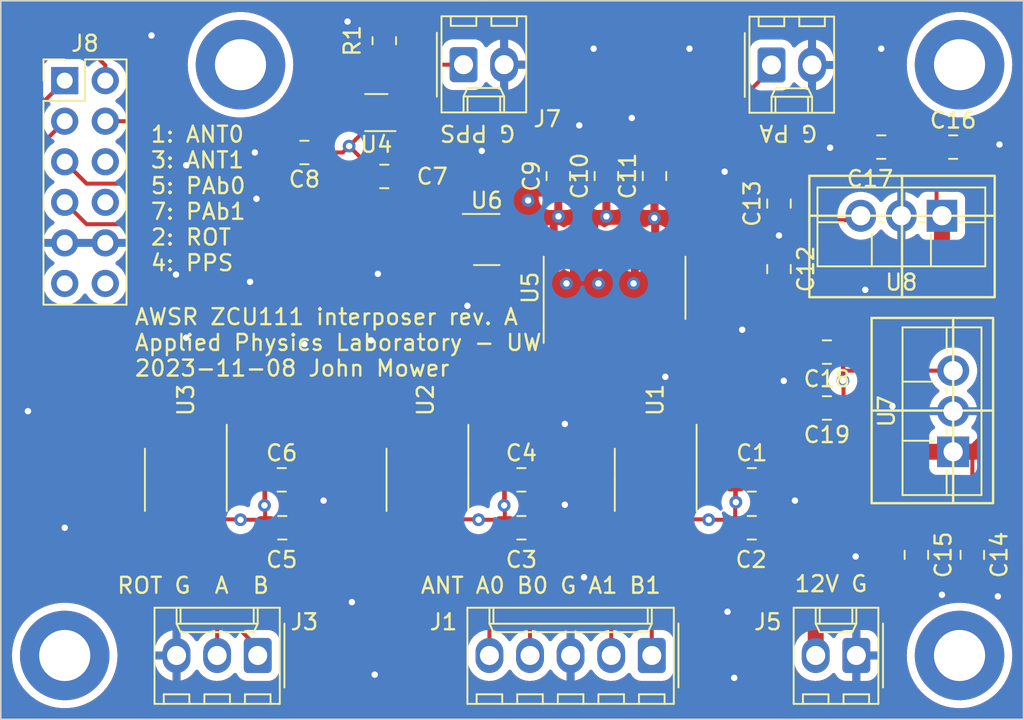
<source format=kicad_pcb>
(kicad_pcb (version 20221018) (generator pcbnew)
  (layers (0 "F.Cu" signal) (1 "In1.Cu" signal) (2 "In2.Cu" signal) (31 "B.Cu" signal) (34 "B.Paste" user) (35 "F.Paste" user) (36 "B.SilkS" user "B.Silkscreen") (37 "F.SilkS" user "F.Silkscreen") (38 "B.Mask" user) (39 "F.Mask" user) (44 "Edge.Cuts" user))
  (net 0 "")
  (net 1 "+3.3V")
  (net 2 "GND")
  (net 3 "+5V")
  (net 4 "+12V")
  (net 5 "Net-(J1-Pin_1)")
  (net 6 "Net-(J1-Pin_2)")
  (net 7 "Net-(J1-Pin_4)")
  (net 8 "Net-(J1-Pin_5)")
  (net 9 "Net-(J3-Pin_1)")
  (net 10 "Net-(J3-Pin_2)")
  (net 11 "Net-(J4-Pin_1)")
  (net 12 "Net-(J7-Pin_1)")
  (net 19 "Net-(J8-Pin_1)")
  (net 20 "Net-(J8-Pin_2)")
  (net 21 "Net-(J8-Pin_3)")
  (net 22 "Net-(J8-Pin_4)")
  (net 23 "Net-(J8-Pin_5)")
  (net 24 "Net-(J8-Pin_7)")
  (net 29 "Net-(U5-1A)")
  (footprint "Capacitor_SMD:C_0805_2012Metric_Pad1.18x1.45mm_HandSolder" (layer "F.Cu") (at 88.7 112.7 90)
    (fp_text reference "C13" (at 0 -1.68 90) (layer "F.SilkS"))
    (fp_text value "10u")
    (pad "1" smd roundrect (at -1.0375 0 90) (size 1.175 1.45) (layers "F.Cu" "F.Paste" "F.Mask") (roundrect_rratio 0.212766) (net 3 "+5V"))
    (pad "2" smd roundrect (at 1.0375 0 90) (size 1.175 1.45) (layers "F.Cu" "F.Paste" "F.Mask") (roundrect_rratio 0.212766) (net 2 "GND"))
  )
  (footprint "Capacitor_SMD:C_0805_2012Metric_Pad1.18x1.45mm_HandSolder" (layer "F.Cu") (at 57.6175 133)
    (fp_text reference "C5" (at -0.0375 2) (layer "F.SilkS"))
    (fp_text value "10u")
    (pad "1" smd roundrect (at -1.0375 0) (size 1.175 1.45) (layers "F.Cu" "F.Paste" "F.Mask") (roundrect_rratio 0.212766) (net 1 "+3.3V"))
    (pad "2" smd roundrect (at 1.0375 0) (size 1.175 1.45) (layers "F.Cu" "F.Paste" "F.Mask") (roundrect_rratio 0.212766) (net 2 "GND"))
  )
  (footprint "MountingHole:MountingHole_3.2mm_M3_DIN965_Pad" (layer "F.Cu") (at 100 104)
    (fp_text reference "REF**" hide)
    (fp_text value "MountingHole_3.2mm_M3_DIN965_Pad" hide)
    (pad "1" thru_hole circle (at 0 0) (size 5.6 5.6) (drill 3.2) (layers "*.Cu" "*.Mask"))
  )
  (footprint "Package_SO:SOIC-8_3.9x4.9mm_P1.27mm" (layer "F.Cu") (at 51.58 130 -90)
    (fp_text reference "U3" (at -5 0 90) (layer "F.SilkS"))
    (fp_text value "SP3485EN")
    (pad "1" smd roundrect (at -2.475 -1.905 270) (size 1.95 0.6) (layers "F.Cu" "F.Paste" "F.Mask") (net 20 "Net-(J8-Pin_2)"))
    (pad "2" smd roundrect (at -2.475 -0.635 270) (size 1.95 0.6) (layers "F.Cu" "F.Paste" "F.Mask") (net 2 "GND"))
    (pad "3" smd roundrect (at -2.475 0.635 270) (size 1.95 0.6) (layers "F.Cu" "F.Paste" "F.Mask") (net 2 "GND"))
    (pad "4" smd roundrect (at -2.475 1.905 270) (size 1.95 0.6) (layers "F.Cu" "F.Paste" "F.Mask"))
    (pad "5" smd roundrect (at 2.475 1.905 270) (size 1.95 0.6) (layers "F.Cu" "F.Paste" "F.Mask") (net 2 "GND"))
    (pad "6" smd roundrect (at 2.475 0.635 270) (size 1.95 0.6) (layers "F.Cu" "F.Paste" "F.Mask") (net 10 "Net-(J3-Pin_2)"))
    (pad "7" smd roundrect (at 2.475 -0.635 270) (size 1.95 0.6) (layers "F.Cu" "F.Paste" "F.Mask") (net 9 "Net-(J3-Pin_1)"))
    (pad "8" smd roundrect (at 2.475 -1.905 270) (size 1.95 0.6) (layers "F.Cu" "F.Paste" "F.Mask") (net 1 "+3.3V"))
  )
  (footprint "Capacitor_SMD:C_0805_2012Metric_Pad1.18x1.45mm_HandSolder" (layer "F.Cu") (at 64 111)
    (fp_text reference "C7" (at 3 0) (layer "F.SilkS"))
    (fp_text value "10u")
    (pad "1" smd roundrect (at -1.0375 0) (size 1.175 1.45) (layers "F.Cu" "F.Paste" "F.Mask") (roundrect_rratio 0.212766) (net 1 "+3.3V"))
    (pad "2" smd roundrect (at 1.0375 0) (size 1.175 1.45) (layers "F.Cu" "F.Paste" "F.Mask") (roundrect_rratio 0.212766) (net 2 "GND"))
  )
  (footprint "Package_SO:SOIC-8_3.9x4.9mm_P1.27mm" (layer "F.Cu") (at 66.7 130 -90)
    (fp_text reference "U2" (at -5 0.12 90) (layer "F.SilkS"))
    (fp_text value "SP3485EN")
    (pad "1" smd roundrect (at -2.475 -1.905 270) (size 1.95 0.6) (layers "F.Cu" "F.Paste" "F.Mask"))
    (pad "2" smd roundrect (at -2.475 -0.635 270) (size 1.95 0.6) (layers "F.Cu" "F.Paste" "F.Mask"))
    (pad "3" smd roundrect (at -2.475 0.635 270) (size 1.95 0.6) (layers "F.Cu" "F.Paste" "F.Mask") (net 1 "+3.3V"))
    (pad "4" smd roundrect (at -2.475 1.905 270) (size 1.95 0.6) (layers "F.Cu" "F.Paste" "F.Mask") (net 19 "Net-(J8-Pin_1)"))
    (pad "5" smd roundrect (at 2.475 1.905 270) (size 1.95 0.6) (layers "F.Cu" "F.Paste" "F.Mask") (net 2 "GND"))
    (pad "6" smd roundrect (at 2.475 0.635 270) (size 1.95 0.6) (layers "F.Cu" "F.Paste" "F.Mask") (net 8 "Net-(J1-Pin_5)"))
    (pad "7" smd roundrect (at 2.475 -0.635 270) (size 1.95 0.6) (layers "F.Cu" "F.Paste" "F.Mask") (net 7 "Net-(J1-Pin_4)"))
    (pad "8" smd roundrect (at 2.475 -1.905 270) (size 1.95 0.6) (layers "F.Cu" "F.Paste" "F.Mask") (net 1 "+3.3V"))
  )
  (footprint "Package_TO_SOT_THT:TO-220F-3_Vertical" (layer "F.Cu") (at 99.6 128.2425 90)
    (fp_text reference "U7" (at 2.54 -4.1675 90) (layer "F.SilkS"))
    (fp_text value "3.3")
    (pad "1" thru_hole rect (at 0 0 90) (size 1.905 2) (drill 1.2) (layers "*.Cu" "*.Mask") (net 4 "+12V"))
    (pad "2" thru_hole oval (at 2.54 0 90) (size 1.905 2) (drill 1.2) (layers "*.Cu" "*.Mask") (net 2 "GND"))
    (pad "3" thru_hole oval (at 5.08 0 90) (size 1.905 2) (drill 1.2) (layers "*.Cu" "*.Mask") (net 1 "+3.3V"))
  )
  (footprint "Connector_Molex:Molex_KK-254_AE-6410-05A_1x05_P2.54mm_Vertical" (layer "F.Cu") (at 80.74 141 180)
    (fp_text reference "J1" (at 13.04 2.1) (layer "F.SilkS"))
    (fp_text value "Conn_01x05_Pin" hide)
    (pad "1" thru_hole roundrect (at 0 0 180) (size 1.74 2.19) (drill 1.19) (layers "*.Cu" "*.Mask") (roundrect_rratio 0.143678) (net 5 "Net-(J1-Pin_1)"))
    (pad "2" thru_hole oval (at 2.54 0 180) (size 1.74 2.19) (drill 1.19) (layers "*.Cu" "*.Mask") (net 6 "Net-(J1-Pin_2)"))
    (pad "3" thru_hole oval (at 5.08 0 180) (size 1.74 2.19) (drill 1.19) (layers "*.Cu" "*.Mask") (net 2 "GND"))
    (pad "4" thru_hole oval (at 7.62 0 180) (size 1.74 2.19) (drill 1.19) (layers "*.Cu" "*.Mask") (net 7 "Net-(J1-Pin_4)"))
    (pad "5" thru_hole oval (at 10.16 0 180) (size 1.74 2.19) (drill 1.19) (layers "*.Cu" "*.Mask") (net 8 "Net-(J1-Pin_5)"))
  )
  (footprint "Capacitor_SMD:C_0805_2012Metric_Pad1.18x1.45mm_HandSolder" (layer "F.Cu") (at 77.9 110.975 90)
    (fp_text reference "C10" (at 0 -1.68 90) (layer "F.SilkS"))
    (fp_text value "10u")
    (pad "1" smd roundrect (at -1.0375 0 90) (size 1.175 1.45) (layers "F.Cu" "F.Paste" "F.Mask") (roundrect_rratio 0.212766) (net 3 "+5V"))
    (pad "2" smd roundrect (at 1.0375 0 90) (size 1.175 1.45) (layers "F.Cu" "F.Paste" "F.Mask") (roundrect_rratio 0.212766) (net 2 "GND"))
  )
  (footprint "Capacitor_SMD:C_0805_2012Metric_Pad1.18x1.45mm_HandSolder" (layer "F.Cu") (at 99.6 109.1625)
    (fp_text reference "C16" (at 0 -1.68) (layer "F.SilkS"))
    (fp_text value "10u")
    (pad "1" smd roundrect (at -1.0375 0) (size 1.175 1.45) (layers "F.Cu" "F.Paste" "F.Mask") (roundrect_rratio 0.212766) (net 4 "+12V"))
    (pad "2" smd roundrect (at 1.0375 0) (size 1.175 1.45) (layers "F.Cu" "F.Paste" "F.Mask") (roundrect_rratio 0.212766) (net 2 "GND"))
  )
  (footprint "Capacitor_SMD:C_0805_2012Metric_Pad1.18x1.45mm_HandSolder" (layer "F.Cu") (at 57.58 130)
    (fp_text reference "C6" (at 0 -1.68) (layer "F.SilkS"))
    (fp_text value ".1u")
    (pad "1" smd roundrect (at -1.0375 0) (size 1.175 1.45) (layers "F.Cu" "F.Paste" "F.Mask") (roundrect_rratio 0.212766) (net 1 "+3.3V"))
    (pad "2" smd roundrect (at 1.0375 0) (size 1.175 1.45) (layers "F.Cu" "F.Paste" "F.Mask") (roundrect_rratio 0.212766) (net 2 "GND"))
  )
  (footprint "Capacitor_SMD:C_0805_2012Metric_Pad1.18x1.45mm_HandSolder" (layer "F.Cu") (at 72.58 133)
    (fp_text reference "C3" (at 0 2) (layer "F.SilkS"))
    (fp_text value "10u")
    (pad "1" smd roundrect (at -1.0375 0) (size 1.175 1.45) (layers "F.Cu" "F.Paste" "F.Mask") (roundrect_rratio 0.212766) (net 1 "+3.3V"))
    (pad "2" smd roundrect (at 1.0375 0) (size 1.175 1.45) (layers "F.Cu" "F.Paste" "F.Mask") (roundrect_rratio 0.212766) (net 2 "GND"))
  )
  (footprint "Package_TO_SOT_THT:TO-220F-3_Vertical" (layer "F.Cu") (at 98.9 113.4625 180)
    (fp_text reference "U8" (at 2.54 -4.1675) (layer "F.SilkS"))
    (fp_text value "5")
    (pad "1" thru_hole rect (at 0 0 180) (size 1.905 2) (drill 1.2) (layers "*.Cu" "*.Mask") (net 4 "+12V"))
    (pad "2" thru_hole oval (at 2.54 0 180) (size 1.905 2) (drill 1.2) (layers "*.Cu" "*.Mask") (net 2 "GND"))
    (pad "3" thru_hole oval (at 5.08 0 180) (size 1.905 2) (drill 1.2) (layers "*.Cu" "*.Mask") (net 3 "+5V"))
  )
  (footprint "Capacitor_SMD:C_0805_2012Metric_Pad1.18x1.45mm_HandSolder" (layer "F.Cu") (at 86.9975 133)
    (fp_text reference "C2" (at -0.0375 2) (layer "F.SilkS"))
    (fp_text value "10u")
    (pad "1" smd roundrect (at -1.0375 0) (size 1.175 1.45) (layers "F.Cu" "F.Paste" "F.Mask") (roundrect_rratio 0.212766) (net 1 "+3.3V"))
    (pad "2" smd roundrect (at 1.0375 0) (size 1.175 1.45) (layers "F.Cu" "F.Paste" "F.Mask") (roundrect_rratio 0.212766) (net 2 "GND"))
  )
  (footprint "Connector_PinHeader_2.54mm:PinHeader_2x06_P2.54mm_Vertical" (layer "F.Cu") (at 44 105)
    (fp_text reference "J8" (at 1.27 -2.33) (layer "F.SilkS"))
    (fp_text value "Conn_02x06_Odd_Even" hide)
    (pad "1" thru_hole rect (at 0 0) (size 1.7 1.7) (drill 1) (layers "*.Cu" "*.Mask") (net 19 "Net-(J8-Pin_1)"))
    (pad "2" thru_hole oval (at 2.54 0) (size 1.7 1.7) (drill 1) (layers "*.Cu" "*.Mask") (net 20 "Net-(J8-Pin_2)"))
    (pad "3" thru_hole oval (at 0 2.54) (size 1.7 1.7) (drill 1) (layers "*.Cu" "*.Mask") (net 21 "Net-(J8-Pin_3)"))
    (pad "4" thru_hole oval (at 2.54 2.54) (size 1.7 1.7) (drill 1) (layers "*.Cu" "*.Mask") (net 22 "Net-(J8-Pin_4)"))
    (pad "5" thru_hole oval (at 0 5.08) (size 1.7 1.7) (drill 1) (layers "*.Cu" "*.Mask") (net 23 "Net-(J8-Pin_5)"))
    (pad "6" thru_hole oval (at 2.54 5.08) (size 1.7 1.7) (drill 1) (layers "*.Cu" "*.Mask"))
    (pad "7" thru_hole oval (at 0 7.62) (size 1.7 1.7) (drill 1) (layers "*.Cu" "*.Mask") (net 24 "Net-(J8-Pin_7)"))
    (pad "8" thru_hole oval (at 2.54 7.62) (size 1.7 1.7) (drill 1) (layers "*.Cu" "*.Mask"))
    (pad "9" thru_hole oval (at 0 10.16) (size 1.7 1.7) (drill 1) (layers "*.Cu" "*.Mask") (net 2 "GND"))
    (pad "10" thru_hole oval (at 2.54 10.16) (size 1.7 1.7) (drill 1) (layers "*.Cu" "*.Mask") (net 2 "GND"))
    (pad "11" thru_hole oval (at 0 12.7) (size 1.7 1.7) (drill 1) (layers "*.Cu" "*.Mask"))
    (pad "12" thru_hole oval (at 2.54 12.7) (size 1.7 1.7) (drill 1) (layers "*.Cu" "*.Mask"))
  )
  (footprint "Capacitor_SMD:C_0805_2012Metric_Pad1.18x1.45mm_HandSolder" (layer "F.Cu") (at 88.7 116.8 -90)
    (fp_text reference "C12" (at 0 -1.68 90) (layer "F.SilkS"))
    (fp_text value "10u")
    (pad "1" smd roundrect (at -1.0375 0 270) (size 1.175 1.45) (layers "F.Cu" "F.Paste" "F.Mask") (roundrect_rratio 0.212766) (net 3 "+5V"))
    (pad "2" smd roundrect (at 1.0375 0 270) (size 1.175 1.45) (layers "F.Cu" "F.Paste" "F.Mask") (roundrect_rratio 0.212766) (net 2 "GND"))
  )
  (footprint "Capacitor_SMD:C_0805_2012Metric_Pad1.18x1.45mm_HandSolder" (layer "F.Cu") (at 59 109.5 180)
    (fp_text reference "C8" (at 0 -1.68) (layer "F.SilkS"))
    (fp_text value ".1u")
    (pad "1" smd roundrect (at -1.0375 0 180) (size 1.175 1.45) (layers "F.Cu" "F.Paste" "F.Mask") (roundrect_rratio 0.212766) (net 1 "+3.3V"))
    (pad "2" smd roundrect (at 1.0375 0 180) (size 1.175 1.45) (layers "F.Cu" "F.Paste" "F.Mask") (roundrect_rratio 0.212766) (net 2 "GND"))
  )
  (footprint "MountingHole:MountingHole_3.2mm_M3_DIN965_Pad" (layer "F.Cu") (at 100 141)
    (fp_text reference "REF**" hide)
    (fp_text value "MountingHole_3.2mm_M3_DIN965_Pad" hide)
    (pad "1" thru_hole circle (at 0 0) (size 5.6 5.6) (drill 3.2) (layers "*.Cu" "*.Mask"))
  )
  (footprint "Connector_Molex:Molex_KK-254_AE-6410-02A_1x02_P2.54mm_Vertical" (layer "F.Cu") (at 93.54 141 180)
    (fp_text reference "J5" (at 5.54 2.1) (layer "F.SilkS"))
    (fp_text value "Conn_01x02" hide)
    (pad "1" thru_hole roundrect (at 0 0 180) (size 1.74 2.19) (drill 1.19) (layers "*.Cu" "*.Mask") (roundrect_rratio 0.143678) (net 2 "GND"))
    (pad "2" thru_hole oval (at 2.54 0 180) (size 1.74 2.19) (drill 1.19) (layers "*.Cu" "*.Mask") (net 4 "+12V"))
  )
  (footprint "Capacitor_SMD:C_0805_2012Metric_Pad1.18x1.45mm_HandSolder" (layer "F.Cu") (at 72.58 130)
    (fp_text reference "C4" (at 0 -1.68) (layer "F.SilkS"))
    (fp_text value ".1u")
    (pad "1" smd roundrect (at -1.0375 0) (size 1.175 1.45) (layers "F.Cu" "F.Paste" "F.Mask") (roundrect_rratio 0.212766) (net 1 "+3.3V"))
    (pad "2" smd roundrect (at 1.0375 0) (size 1.175 1.45) (layers "F.Cu" "F.Paste" "F.Mask") (roundrect_rratio 0.212766) (net 2 "GND"))
  )
  (footprint "Connector_Molex:Molex_KK-254_AE-6410-03A_1x03_P2.54mm_Vertical" (layer "F.Cu") (at 56.08 141 180)
    (fp_text reference "J3" (at -2.92 2.1) (layer "F.SilkS"))
    (fp_text value "Conn_01x03_Pin" hide)
    (pad "1" thru_hole roundrect (at 0 0 180) (size 1.74 2.19) (drill 1.19) (layers "*.Cu" "*.Mask") (roundrect_rratio 0.143678) (net 9 "Net-(J3-Pin_1)"))
    (pad "2" thru_hole oval (at 2.54 0 180) (size 1.74 2.19) (drill 1.19) (layers "*.Cu" "*.Mask") (net 10 "Net-(J3-Pin_2)"))
    (pad "3" thru_hole oval (at 5.08 0 180) (size 1.74 2.19) (drill 1.19) (layers "*.Cu" "*.Mask") (net 2 "GND"))
  )
  (footprint "MountingHole:MountingHole_3.2mm_M3_DIN965_Pad" (layer "F.Cu") (at 55 104)
    (fp_text reference "REF**" hide)
    (fp_text value "MountingHole_3.2mm_M3_DIN965_Pad" hide)
    (pad "1" thru_hole circle (at 0 0) (size 5.6 5.6) (drill 3.2) (layers "*.Cu" "*.Mask"))
  )
  (footprint "Package_SO:SOIC-8_3.9x4.9mm_P1.27mm" (layer "F.Cu") (at 80.985 130 -90)
    (fp_text reference "U1" (at -5 0.025 90) (layer "F.SilkS"))
    (fp_text value "SP3485EN")
    (pad "1" smd roundrect (at -2.475 -1.905 270) (size 1.95 0.6) (layers "F.Cu" "F.Paste" "F.Mask"))
    (pad "2" smd roundrect (at -2.475 -0.635 270) (size 1.95 0.6) (layers "F.Cu" "F.Paste" "F.Mask"))
    (pad "3" smd roundrect (at -2.475 0.635 270) (size 1.95 0.6) (layers "F.Cu" "F.Paste" "F.Mask") (net 1 "+3.3V"))
    (pad "4" smd roundrect (at -2.475 1.905 270) (size 1.95 0.6) (layers "F.Cu" "F.Paste" "F.Mask") (net 21 "Net-(J8-Pin_3)"))
    (pad "5" smd roundrect (at 2.475 1.905 270) (size 1.95 0.6) (layers "F.Cu" "F.Paste" "F.Mask") (net 2 "GND"))
    (pad "6" smd roundrect (at 2.475 0.635 270) (size 1.95 0.6) (layers "F.Cu" "F.Paste" "F.Mask") (net 6 "Net-(J1-Pin_2)"))
    (pad "7" smd roundrect (at 2.475 -0.635 270) (size 1.95 0.6) (layers "F.Cu" "F.Paste" "F.Mask") (net 5 "Net-(J1-Pin_1)"))
    (pad "8" smd roundrect (at 2.475 -1.905 270) (size 1.95 0.6) (layers "F.Cu" "F.Paste" "F.Mask") (net 1 "+3.3V"))
  )
  (footprint "Resistor_SMD:R_0805_2012Metric_Pad1.20x1.40mm_HandSolder" (layer "F.Cu") (at 64 102.5 90)
    (fp_text reference "R1" (at 0 -2 90) (layer "F.SilkS"))
    (fp_text value "49.9")
    (pad "1" smd roundrect (at -1 0 90) (size 1.2 1.4) (layers "F.Cu" "F.Paste" "F.Mask") (roundrect_rratio 0.208333) (net 12 "Net-(J7-Pin_1)"))
    (pad "2" smd roundrect (at 1 0 90) (size 1.2 1.4) (layers "F.Cu" "F.Paste" "F.Mask") (roundrect_rratio 0.208333) (net 2 "GND"))
  )
  (footprint "MountingHole:MountingHole_3.2mm_M3_DIN965_Pad" (layer "F.Cu") (at 44 141)
    (fp_text reference "REF**" hide)
    (fp_text value "MountingHole_3.2mm_M3_DIN965_Pad" hide)
    (pad "1" thru_hole circle (at 0 0) (size 5.6 5.6) (drill 3.2) (layers "*.Cu" "*.Mask"))
  )
  (footprint "Capacitor_SMD:C_0805_2012Metric_Pad1.18x1.45mm_HandSolder" (layer "F.Cu") (at 95.1 109.1625 180)
    (fp_text reference "C17" (at 0.7 -1.98) (layer "F.SilkS"))
    (fp_text value "10u")
    (pad "1" smd roundrect (at -1.0375 0 180) (size 1.175 1.45) (layers "F.Cu" "F.Paste" "F.Mask") (roundrect_rratio 0.212766) (net 4 "+12V"))
    (pad "2" smd roundrect (at 1.0375 0 180) (size 1.175 1.45) (layers "F.Cu" "F.Paste" "F.Mask") (roundrect_rratio 0.212766) (net 2 "GND"))
  )
  (footprint "Capacitor_SMD:C_0805_2012Metric_Pad1.18x1.45mm_HandSolder" (layer "F.Cu") (at 91.7 125.5 180)
    (fp_text reference "C19" (at 0 -1.68) (layer "F.SilkS"))
    (fp_text value "10u")
    (pad "1" smd roundrect (at -1.0375 0 180) (size 1.175 1.45) (layers "F.Cu" "F.Paste" "F.Mask") (roundrect_rratio 0.212766) (net 1 "+3.3V"))
    (pad "2" smd roundrect (at 1.0375 0 180) (size 1.175 1.45) (layers "F.Cu" "F.Paste" "F.Mask") (roundrect_rratio 0.212766) (net 2 "GND"))
  )
  (footprint "Capacitor_SMD:C_0805_2012Metric_Pad1.18x1.45mm_HandSolder" (layer "F.Cu") (at 97.3 134.7 -90)
    (fp_text reference "C15" (at 0 -1.68 90) (layer "F.SilkS"))
    (fp_text value "10u")
    (pad "1" smd roundrect (at -1.0375 0 270) (size 1.175 1.45) (layers "F.Cu" "F.Paste" "F.Mask") (roundrect_rratio 0.212766) (net 4 "+12V"))
    (pad "2" smd roundrect (at 1.0375 0 270) (size 1.175 1.45) (layers "F.Cu" "F.Paste" "F.Mask") (roundrect_rratio 0.212766) (net 2 "GND"))
  )
  (footprint "Package_SO:SOIC-14_3.9x8.7mm_P1.27mm" (layer "F.Cu") (at 78.41 117.975 90)
    (fp_text reference "U5" (at 0 -5.28 90) (layer "F.SilkS"))
    (fp_text value "SN74S140D")
    (pad "1" smd roundrect (at -2.475 -3.81 90) (size 1.95 0.6) (layers "F.Cu" "F.Paste" "F.Mask") (net 29 "Net-(U5-1A)"))
    (pad "2" smd roundrect (at -2.475 -2.54 90) (size 1.95 0.6) (layers "F.Cu" "F.Paste" "F.Mask") (net 3 "+5V"))
    (pad "3" smd roundrect (at -2.475 -1.27 90) (size 1.95 0.6) (layers "F.Cu" "F.Paste" "F.Mask"))
    (pad "4" smd roundrect (at -2.475 0 90) (size 1.95 0.6) (layers "F.Cu" "F.Paste" "F.Mask") (net 3 "+5V"))
    (pad "5" smd roundrect (at -2.475 1.27 90) (size 1.95 0.6) (layers "F.Cu" "F.Paste" "F.Mask") (net 3 "+5V"))
    (pad "6" smd roundrect (at -2.475 2.54 90) (size 1.95 0.6) (layers "F.Cu" "F.Paste" "F.Mask") (net 11 "Net-(J4-Pin_1)"))
    (pad "7" smd roundrect (at -2.475 3.81 90) (size 1.95 0.6) (layers "F.Cu" "F.Paste" "F.Mask") (net 2 "GND"))
    (pad "8" smd roundrect (at 2.475 3.81 90) (size 1.95 0.6) (layers "F.Cu" "F.Paste" "F.Mask"))
    (pad "9" smd roundrect (at 2.475 2.54 90) (size 1.95 0.6) (layers "F.Cu" "F.Paste" "F.Mask") (net 3 "+5V"))
    (pad "10" smd roundrect (at 2.475 1.27 90) (size 1.95 0.6) (layers "F.Cu" "F.Paste" "F.Mask") (net 3 "+5V"))
    (pad "11" smd roundrect (at 2.475 0 90) (size 1.95 0.6) (layers "F.Cu" "F.Paste" "F.Mask"))
    (pad "12" smd roundrect (at 2.475 -1.27 90) (size 1.95 0.6) (layers "F.Cu" "F.Paste" "F.Mask") (net 3 "+5V"))
    (pad "13" smd roundrect (at 2.475 -2.54 90) (size 1.95 0.6) (layers "F.Cu" "F.Paste" "F.Mask") (net 3 "+5V"))
    (pad "14" smd roundrect (at 2.475 -3.81 90) (size 1.95 0.6) (layers "F.Cu" "F.Paste" "F.Mask") (net 3 "+5V"))
  )
  (footprint "Capacitor_SMD:C_0805_2012Metric_Pad1.18x1.45mm_HandSolder" (layer "F.Cu") (at 80.91 110.975 90)
    (fp_text reference "C11" (at 0 -1.68 90) (layer "F.SilkS"))
    (fp_text value ".1u")
    (pad "1" smd roundrect (at -1.0375 0 90) (size 1.175 1.45) (layers "F.Cu" "F.Paste" "F.Mask") (roundrect_rratio 0.212766) (net 3 "+5V"))
    (pad "2" smd roundrect (at 1.0375 0 90) (size 1.175 1.45) (layers "F.Cu" "F.Paste" "F.Mask") (roundrect_rratio 0.212766) (net 2 "GND"))
  )
  (footprint "Package_SO:TSOP-5_1.65x3.05mm_P0.95mm" (layer "F.Cu") (at 70.41 114.95)
    (fp_text reference "U6" (at 0 -2.45) (layer "F.SilkS"))
    (fp_text value "74LV1T87GXH")
    (pad "1" smd rect (at -1.16 -0.95) (size 0.7 0.51) (layers "F.Cu" "F.Paste" "F.Mask") (net 23 "Net-(J8-Pin_5)"))
    (pad "2" smd rect (at -1.16 0) (size 0.7 0.51) (layers "F.Cu" "F.Paste" "F.Mask") (net 24 "Net-(J8-Pin_7)"))
    (pad "3" smd rect (at -1.16 0.95) (size 0.7 0.51) (layers "F.Cu" "F.Paste" "F.Mask") (net 2 "GND"))
    (pad "4" smd rect (at 1.16 0.95) (size 0.7 0.51) (layers "F.Cu" "F.Paste" "F.Mask") (net 29 "Net-(U5-1A)"))
    (pad "5" smd rect (at 1.16 -0.95) (size 0.7 0.51) (layers "F.Cu" "F.Paste" "F.Mask") (net 3 "+5V"))
  )
  (footprint "Capacitor_SMD:C_0805_2012Metric_Pad1.18x1.45mm_HandSolder" (layer "F.Cu") (at 91.7 122 180)
    (fp_text reference "C18" (at 0 -1.68) (layer "F.SilkS"))
    (fp_text value "10u")
    (pad "1" smd roundrect (at -1.0375 0 180) (size 1.175 1.45) (layers "F.Cu" "F.Paste" "F.Mask") (roundrect_rratio 0.212766) (net 1 "+3.3V"))
    (pad "2" smd roundrect (at 1.0375 0 180) (size 1.175 1.45) (layers "F.Cu" "F.Paste" "F.Mask") (roundrect_rratio 0.212766) (net 2 "GND"))
  )
  (footprint "Capacitor_SMD:C_0805_2012Metric_Pad1.18x1.45mm_HandSolder" (layer "F.Cu") (at 100.8 134.7 -90)
    (fp_text reference "C14" (at 0 -1.68 90) (layer "F.SilkS"))
    (fp_text value "10u")
    (pad "1" smd roundrect (at -1.0375 0 270) (size 1.175 1.45) (layers "F.Cu" "F.Paste" "F.Mask") (roundrect_rratio 0.212766) (net 4 "+12V"))
    (pad "2" smd roundrect (at 1.0375 0 270) (size 1.175 1.45) (layers "F.Cu" "F.Paste" "F.Mask") (roundrect_rratio 0.212766) (net 2 "GND"))
  )
  (footprint "Capacitor_SMD:C_0805_2012Metric_Pad1.18x1.45mm_HandSolder" (layer "F.Cu") (at 86.9975 130)
    (fp_text reference "C1" (at 0 -1.68) (layer "F.SilkS"))
    (fp_text value ".1u")
    (pad "1" smd roundrect (at -1.0375 0) (size 1.175 1.45) (layers "F.Cu" "F.Paste" "F.Mask") (roundrect_rratio 0.212766) (net 1 "+3.3V"))
    (pad "2" smd roundrect (at 1.0375 0) (size 1.175 1.45) (layers "F.Cu" "F.Paste" "F.Mask") (roundrect_rratio 0.212766) (net 2 "GND"))
  )
  (footprint "Connector_Molex:Molex_KK-254_AE-6410-02A_1x02_P2.54mm_Vertical" (layer "F.Cu") (at 88.23 104.02)
    (fp_text reference "J4" hide)
    (fp_text value "Conn_01x02" hide)
    (pad "1" thru_hole roundrect (at 0 0) (size 1.74 2.19) (drill 1.19) (layers "*.Cu" "*.Mask") (roundrect_rratio 0.143678) (net 11 "Net-(J4-Pin_1)"))
    (pad "2" thru_hole oval (at 2.54 0) (size 1.74 2.19) (drill 1.19) (layers "*.Cu" "*.Mask") (net 2 "GND"))
  )
  (footprint "Package_TO_SOT_SMD:SOT-353_SC-70-5" (layer "F.Cu") (at 63.5 107 180)
    (fp_text reference "U4" (at 0 -2) (layer "F.SilkS"))
    (fp_text value "SN74LV1T34DCK")
    (pad "1" smd rect (at -0.95 -0.65 180) (size 0.65 0.4) (layers "F.Cu" "F.Paste" "F.Mask"))
    (pad "2" smd rect (at -0.95 0 180) (size 0.65 0.4) (layers "F.Cu" "F.Paste" "F.Mask") (net 12 "Net-(J7-Pin_1)"))
    (pad "3" smd rect (at -0.95 0.65 180) (size 0.65 0.4) (layers "F.Cu" "F.Paste" "F.Mask") (net 2 "GND"))
    (pad "4" smd rect (at 0.95 0.65 180) (size 0.65 0.4) (layers "F.Cu" "F.Paste" "F.Mask") (net 22 "Net-(J8-Pin_4)"))
    (pad "5" smd rect (at 0.95 -0.65 180) (size 0.65 0.4) (layers "F.Cu" "F.Paste" "F.Mask") (net 1 "+3.3V"))
  )
  (footprint "Capacitor_SMD:C_0805_2012Metric_Pad1.18x1.45mm_HandSolder" (layer "F.Cu") (at 74.89 110.975 90)
    (fp_text reference "C9" (at 0 -1.68 90) (layer "F.SilkS"))
    (fp_text value "10u")
    (pad "1" smd roundrect (at -1.0375 0 90) (size 1.175 1.45) (layers "F.Cu" "F.Paste" "F.Mask") (roundrect_rratio 0.212766) (net 3 "+5V"))
    (pad "2" smd roundrect (at 1.0375 0 90) (size 1.175 1.45) (layers "F.Cu" "F.Paste" "F.Mask") (roundrect_rratio 0.212766) (net 2 "GND"))
  )
  (footprint "Connector_Molex:Molex_KK-254_AE-6410-02A_1x02_P2.54mm_Vertical" (layer "F.Cu") (at 68.96 104)
    (fp_text reference "J7" (at 5.24 3.4) (layer "F.SilkS"))
    (fp_text value "Conn_01x02" hide)
    (pad "1" thru_hole roundrect (at 0 0) (size 1.74 2.19) (drill 1.19) (layers "*.Cu" "*.Mask") (roundrect_rratio 0.143678) (net 12 "Net-(J7-Pin_1)"))
    (pad "2" thru_hole oval (at 2.54 0) (size 1.74 2.19) (drill 1.19) (layers "*.Cu" "*.Mask") (net 2 "GND"))
  )
  (gr_line (start 102.1 125.6625) (end 94.5 125.6625) (stroke (width 0.15)) (layer "F.SilkS"))
  (gr_rect (start 90.6 110.9625) (end 102.2 118.5625) (stroke (width 0.15)) (fill none) (layer "F.SilkS"))
  (gr_rect (start 94.5 119.8625) (end 102.1 131.4625) (stroke (width 0.15)) (fill none) (layer "F.SilkS"))
  (gr_line (start 96.4 110.9625) (end 96.4 118.5625) (stroke (width 0.15)) (layer "F.SilkS"))
  (gr_line (start 99.6 119.9625) (end 99.6 131.3625) (stroke (width 0.15)) (layer "F.SilkS"))
  (gr_line (start 90.7 113.4625) (end 102.1 113.4625) (stroke (width 0.15)) (layer "F.SilkS"))
  (gr_line (start 104 100) (end 104 145) (stroke (width 0.1)) (layer "Edge.Cuts"))
  (gr_line (start 40 145) (end 40 100) (stroke (width 0.1)) (layer "Edge.Cuts"))
  (gr_line (start 70 100) (end 104 100) (stroke (width 0.1)) (layer "Edge.Cuts"))
  (gr_line (start 40 145) (end 70 145) (stroke (width 0.1)) (layer "Edge.Cuts"))
  (gr_line (start 40 100) (end 70 100) (stroke (width 0.1)) (layer "Edge.Cuts"))
  (gr_line (start 70 145) (end 104 145) (stroke (width 0.1)) (layer "Edge.Cuts"))
  (gr_text "12V G" (at 89.6 137.1) (layer "F.SilkS") (effects (font (size 1 1)) (justify left bottom)))
  (gr_text "ANT A0 B0 G A1 B1" (at 66.2 137.2) (layer "F.SilkS") (effects (font (size 1 1)) (justify left bottom)))
  (gr_text "ROT G  A  B" (at 47.2 137.2) (layer "F.SilkS") (effects (font (size 1 1)) (justify left bottom)))
  (gr_text "AWSR ZCU111 interposer rev. A\nApplied Physics Laboratory - UW\n2023-11-08 John Mower" (at 48.3 123.6) (layer "F.SilkS") (effects (font (size 1 1)) (justify left bottom)))
  (gr_text "G PPS" (at 72.3 107.7 180) (layer "F.SilkS") (effects (font (size 1 1)) (justify left bottom)))
  (gr_text "G PA" (at 91.2 107.7 180) (layer "F.SilkS") (effects (font (size 1 1)) (justify left bottom)))
  (gr_text "1: ANT0\n3: ANT1\n5: PAb0\n7: PAb1\n2: ROT\n4: PPS" (at 49.3 117) (layer "F.SilkS") (effects (font (size 1 1)) (justify left bottom)))
  (segment (start 55 132.5) (end 56.08 132.5) (width 0.25) (layer "F.Cu") (net 1))
  (segment (start 82.89 131.49) (end 82.89 132.475) (width 0.25) (layer "F.Cu") (net 1))
  (segment (start 99.6 123.1625) (end 92.8375 123.1625) (width 0.25) (layer "F.Cu") (net 1))
  (segment (start 54.975 132.475) (end 55 132.5) (width 0.25) (layer "F.Cu") (net 1))
  (segment (start 62.55 107.65) (end 62.55 108.35) (width 0.25) (layer "F.Cu") (net 1))
  (segment (start 69.9 132.5) (end 71.0425 132.5) (width 0.25) (layer "F.Cu") (net 1))
  (segment (start 53.485 132.475) (end 54.975 132.475) (width 0.25) (layer "F.Cu") (net 1))
  (segment (start 92.8375 123.1625) (end 92.8 123.2) (width 0.25) (layer "F.Cu") (net 1))
  (segment (start 56.5 130.0425) (end 56.5425 130) (width 0.25) (layer "F.Cu") (net 1))
  (segment (start 66.065 127.525) (end 66.065 128.765) (width 0.25) (layer "F.Cu") (net 1))
  (segment (start 80.35 128.95) (end 82.89 131.49) (width 0.25) (layer "F.Cu") (net 1))
  (segment (start 92.8 123.2) (end 92.7375 123.1375) (width 0.25) (layer "F.Cu") (net 1))
  (segment (start 71.0425 132.5) (end 71.5425 133) (width 0.25) (layer "F.Cu") (net 1))
  (segment (start 92.7375 125.5) (end 92.7375 123.1375) (width 0.25) (layer "F.Cu") (net 1))
  (segment (start 66.065 128.765) (end 68.605 131.305) (width 0.25) (layer "F.Cu") (net 1))
  (segment (start 71.5425 130) (end 71.5425 133) (width 0.25) (layer "F.Cu") (net 1))
  (segment (start 71.5 130.0425) (end 71.5425 130) (width 0.25) (layer "F.Cu") (net 1))
  (segment (start 61.4 109.5) (end 61.8 109.1) (width 0.25) (layer "F.Cu") (net 1))
  (segment (start 56.5425 132.9625) (end 56.58 133) (width 0.25) (layer "F.Cu") (net 1))
  (segment (start 85.46 132.5) (end 85.96 133) (width 0.25) (layer "F.Cu") (net 1))
  (segment (start 84.275 132.475) (end 84.3 132.5) (width 0.25) (layer "F.Cu") (net 1))
  (segment (start 84.3 132.5) (end 85.46 132.5) (width 0.25) (layer "F.Cu") (net 1))
  (segment (start 56.08 132.5) (end 56.58 133) (width 0.25) (layer "F.Cu") (net 1))
  (segment (start 85.96 130) (end 85.96 133) (width 0.25) (layer "F.Cu") (net 1))
  (segment (start 69.875 132.475) (end 69.9 132.5) (width 0.25) (layer "F.Cu") (net 1))
  (segment (start 82.89 132.475) (end 84.275 132.475) (width 0.25) (layer "F.Cu") (net 1))
  (segment (start 60.0375 109.5) (end 61.4 109.5) (width 0.25) (layer "F.Cu") (net 1))
  (segment (start 68.605 132.475) (end 69.875 132.475) (width 0.25) (layer "F.Cu") (net 1))
  (segment (start 80.35 127.525) (end 80.35 128.95) (width 0.25) (layer "F.Cu") (net 1))
  (segment (start 86 131.4) (end 86 130.04) (width 0.25) (layer "F.Cu") (net 1))
  (segment (start 56.5 131.6) (end 56.5 130.0425) (width 0.25) (layer "F.Cu") (net 1))
  (segment (start 92.7 122.0375) (end 92.7375 122) (width 0.25) (layer "F.Cu") (net 1))
  (segment (start 62.55 108.35) (end 61.8 109.1) (width 0.25) (layer "F.Cu") (net 1))
  (segment (start 68.605 131.305) (end 68.605 132.475) (width 0.25) (layer "F.Cu") (net 1))
  (segment (start 62.9625 111) (end 62.9625 110.2625) (width 0.25) (layer "F.Cu") (net 1))
  (segment (start 92.7375 123.1375) (end 92.7375 122) (width 0.25) (layer "F.Cu") (net 1))
  (segment (start 62.9625 110.2625) (end 61.8 109.1) (width 0.25) (layer "F.Cu") (net 1))
  (segment (start 56.5425 130) (end 56.5425 132.9625) (width 0.25) (layer "F.Cu") (net 1))
  (segment (start 71.5 131.6) (end 71.5 130.0425) (width 0.25) (layer "F.Cu") (net 1))
  (segment (start 92.7 123.8) (end 92.7 122.0375) (width 0.25) (layer "F.Cu") (net 1))
  (segment (start 86 130.04) (end 85.96 130) (width 0.25) (layer "F.Cu") (net 1))
  (via (at 61.8 109.1) (size 0.8) (drill 0.4) (layers "F.Cu" "B.Cu") (net 1))
  (via (at 86 131.4) (size 0.8) (drill 0.4) (layers "F.Cu" "B.Cu") (net 1))
  (via (at 92.7 123.8) (size 0.8) (drill 0.4) (layers "F.Cu" "B.Cu") (net 1))
  (via (at 71.5 131.6) (size 0.8) (drill 0.4) (layers "F.Cu" "B.Cu") (net 1))
  (via (at 84.3 132.5) (size 0.8) (drill 0.4) (layers "F.Cu" "B.Cu") (net 1))
  (via (at 55 132.5) (size 0.8) (drill 0.4) (layers "F.Cu" "B.Cu") (net 1))
  (via (at 56.5 131.6) (size 0.8) (drill 0.4) (layers "F.Cu" "B.Cu") (net 1))
  (via (at 69.9 132.5) (size 0.8) (drill 0.4) (layers "F.Cu" "B.Cu") (net 1))
  (via (at 91.9 109.2) (size 0.8) (drill 0.4) (layers "F.Cu" "B.Cu") (net 2))
  (via (at 44 133) (size 0.8) (drill 0.4) (layers "F.Cu" "B.Cu") (net 2))
  (via (at 85.479741 138.258911) (size 0.8) (drill 0.4) (layers "F.Cu" "B.Cu") (net 2))
  (via (at 55.6 117.6) (size 0.8) (drill 0.4) (layers "F.Cu" "B.Cu") (net 2))
  (via (at 94.1 118.1) (size 0.8) (drill 0.4) (layers "F.Cu" "B.Cu") (net 2))
  (via (at 93.5 134.8) (size 0.8) (drill 0.4) (layers "F.Cu" "B.Cu") (net 2))
  (via (at 86.4 120.6) (size 0.8) (drill 0.4) (layers "F.Cu" "B.Cu") (net 2))
  (via (at 50.966183 117.146496) (size 0.8) (drill 0.4) (layers "F.Cu" "B.Cu") (net 2))
  (via (at 63.6 117.1) (size 0.8) (drill 0.4) (layers "F.Cu" "B.Cu") (net 2))
  (via (at 89 123.8) (size 0.8) (drill 0.4) (layers "F.Cu" "B.Cu") (net 2))
  (via (at 77.1 103) (size 0.8) (drill 0.4) (layers "F.Cu" "B.Cu") (net 2))
  (via (at 76.2 107.8) (size 0.8) (drill 0.4) (layers "F.Cu" "B.Cu") (net 2))
  (via (at 89.7 131.3) (size 0.8) (drill 0.4) (layers "F.Cu" "B.Cu") (net 2))
  (via (at 70.1 109.4) (size 0.8) (drill 0.4) (layers "F.Cu" "B.Cu") (net 2))
  (via (at 56 112.4) (size 0.8) (drill 0.4) (layers "F.Cu" "B.Cu") (net 2))
  (via (at 79.490403 107.338956) (size 0.8) (drill 0.4) (layers "F.Cu" "B.Cu") (net 2))
  (via (at 49.431415 102.173152) (size 0.8) (drill 0.4) (layers "F.Cu" "B.Cu") (net 2))
  (via (at 41.7 125.7) (size 0.8) (drill 0.4) (layers "F.Cu" "B.Cu") (net 2))
  (via (at 75.297867 131.558339) (size 0.8) (drill 0.4) (layers "F.Cu" "B.Cu") (net 2))
  (via (at 61.7 101.3) (size 0.8) (drill 0.4) (layers "F.Cu" "B.Cu") (net 2))
  (via (at 95.1 103) (size 0.8) (drill 0.4) (layers "F.Cu" "B.Cu") (net 2))
  (via (at 98.9 137.2) (size 0.8) (drill 0.4) (layers "F.Cu" "B.Cu") (net 2))
  (via (at 55.9 109.5) (size 0.8) (drill 0.4) (layers "F.Cu" "B.Cu") (net 2))
  (via (at 85.9 142.4) (size 0.8) (drill 0.4) (layers "F.Cu" "B.Cu") (net 2))
  (via (at 75.3 126.5) (size 0.8) (drill 0.4) (layers "F.Cu" "B.Cu") (net 2))
  (via (at 51.6 110.3) (size 0.8) (drill 0.4) (layers "F.Cu" "B.Cu") (net 2))
  (via (at 102.5 109) (size 0.8) (drill 0.4) (layers "F.Cu" "B.Cu") (net 2))
  (via (at 83.1 103) (size 0.8) (drill 0.4) (layers "F.Cu" "B.Cu") (net 2))
  (via (at 61.971591 137.659977) (size 0.8) (drill 0.4) (layers "F.Cu" "B.Cu") (net 2))
  (via (at 63.169458 121.264166) (size 0.8) (drill 0.4) (layers "F.Cu" "B.Cu") (net 2))
  (via (at 81.586671 123.5476) (size 0.8) (drill 0.4) (layers "F.Cu" "B.Cu") (net 2))
  (via (at 76.5 136.1) (size 0.8) (drill 0.4) (layers "F.Cu" "B.Cu") (net 2))
  (via (at 60.2 131.3) (size 0.8) (drill 0.4) (layers "F.Cu" "B.Cu") (net 2))
  (via (at 59 121.5) (size 0.8) (drill 0.4) (layers "F.Cu" "B.Cu") (net 2))
  (via (at 69.2 119.1) (size 0.8) (drill 0.4) (layers "F.Cu" "B.Cu") (net 2))
  (via (at 102.4 137.3) (size 0.8) (drill 0.4) (layers "F.Cu" "B.Cu") (net 2))
  (via (at 85.3 110.7) (size 0.8) (drill 0.4) (layers "F.Cu" "B.Cu") (net 2))
  (via (at 95.8 125.4) (size 0.8) (drill 0.4) (layers "F.Cu" "B.Cu") (net 2))
  (via (at 51.6 121.1) (size 0.8) (drill 0.4) (layers "F.Cu" "B.Cu") (net 2))
  (via (at 63.4 142.2) (size 0.8) (drill 0.4) (layers "F.Cu" "B.Cu") (net 2))
  (segment (start 88.7 115.7625) (end 88.7 114.7) (width 0.25) (layer "F.Cu") (net 3))
  (segment (start 88.7 113.7375) (end 93.545 113.7375) (width 0.25) (layer "F.Cu") (net 3))
  (segment (start 93.545 113.7375) (end 93.82 113.4625) (width 0.25) (layer "F.Cu") (net 3))
  (segment (start 88.7 114.7) (end 88.7 113.7375) (width 0.25) (layer "F.Cu") (net 3))
  (via (at 75.4 117.7) (size 0.8) (drill 0.4) (layers "F.Cu" "B.Cu") (net 3))
  (via (at 88.7 114.7) (size 0.8) (drill 0.4) (layers "F.Cu" "B.Cu") (net 3))
  (via (at 73 112.5) (size 0.8) (drill 0.4) (layers "F.Cu" "B.Cu") (net 3))
  (via (at 77.4 117.7) (size 0.8) (drill 0.4) (layers "F.Cu" "B.Cu") (net 3))
  (via (at 77.9 113.5) (size 0.8) (drill 0.4) (layers "F.Cu" "B.Cu") (net 3))
  (via (at 79.6 117.7) (size 0.8) (drill 0.4) (layers "F.Cu" "B.Cu") (net 3))
  (via (at 74.9 113.5) (size 0.8) (drill 0.4) (layers "F.Cu" "B.Cu") (net 3))
  (via (at 80.9 113.6) (size 0.8) (drill 0.4) (layers "F.Cu" "B.Cu") (net 3))
  (segment (start 99.6 128.2425) (end 96.3575 128.2425) (width 1) (layer "F.Cu") (net 4))
  (segment (start 96.1375 109.1625) (end 98.5625 109.1625) (width 0.25) (layer "F.Cu") (net 4))
  (segment (start 98.5625 109.1625) (end 98.5625 113.125) (width 0.25) (layer "F.Cu") (net 4))
  (segment (start 98.5625 113.125) (end 98.9 113.4625) (width 0.25) (layer "F.Cu") (net 4))
  (segment (start 98.9 113.4625) (end 98.9 116.3) (width 1) (layer "F.Cu") (net 4))
  (segment (start 97.3 133.6625) (end 100.8 133.6625) (width 0.25) (layer "F.Cu") (net 4))
  (segment (start 100.9575 128.2425) (end 99.6 128.2425) (width 1) (layer "F.Cu") (net 4))
  (segment (start 91 133.6) (end 91 141) (width 1) (layer "F.Cu") (net 4))
  (segment (start 100.8 133.6625) (end 100.8 128.4) (width 0.25) (layer "F.Cu") (net 4))
  (segment (start 98.9 116.3) (end 102 119.4) (width 1) (layer "F.Cu") (net 4))
  (segment (start 96.3575 128.2425) (end 91 133.6) (width 1) (layer "F.Cu") (net 4))
  (segment (start 102 127.2) (end 100.9575 128.2425) (width 1) (layer "F.Cu") (net 4))
  (segment (start 102 119.4) (end 102 127.2) (width 1) (layer "F.Cu") (net 4))
  (segment (start 100.8 128.4) (end 100.9575 128.2425) (width 0.25) (layer "F.Cu") (net 4))
  (segment (start 81.62 136.46) (end 80.74 137.34) (width 0.25) (layer "F.Cu") (net 5))
  (segment (start 81.62 132.475) (end 81.62 136.46) (width 0.25) (layer "F.Cu") (net 5))
  (segment (start 80.74 137.34) (end 80.74 141) (width 0.25) (layer "F.Cu") (net 5))
  (segment (start 78.2 141) (end 78.2 137.38) (width 0.25) (layer "F.Cu") (net 6))
  (segment (start 78.2 137.38) (end 80.35 135.23) (width 0.25) (layer "F.Cu") (net 6))
  (segment (start 80.35 135.23) (end 80.35 132.475) (width 0.25) (layer "F.Cu") (net 6))
  (segment (start 67.335 132.475) (end 67.335 133.635) (width 0.25) (layer "F.Cu") (net 7))
  (segment (start 73.12 139.42) (end 73.12 141) (width 0.25) (layer "F.Cu") (net 7))
  (segment (start 67.335 133.635) (end 73.12 139.42) (width 0.25) (layer "F.Cu") (net 7))
  (segment (start 70.58 137.88) (end 70.58 141) (width 0.25) (layer "F.Cu") (net 8))
  (segment (start 66.065 133.365) (end 70.58 137.88) (width 0.25) (layer "F.Cu") (net 8))
  (segment (start 66.065 132.475) (end 66.065 133.365) (width 0.25) (layer "F.Cu") (net 8))
  (segment (start 52.215 136.635) (end 56.08 140.5) (width 0.25) (layer "F.Cu") (net 9))
  (segment (start 56.08 140.5) (end 56.08 141) (width 0.25) (layer "F.Cu") (net 9))
  (segment (start 52.215 132.475) (end 52.215 136.635) (width 0.25) (layer "F.Cu") (net 9))
  (segment (start 50.945 132.475) (end 50.945 133.865) (width 0.25) (layer "F.Cu") (net 10))
  (segment (start 53.54 138.96) (end 53.54 141) (width 0.25) (layer "F.Cu") (net 10))
  (segment (start 51.58 134.5) (end 51.58 137) (width 0.25) (layer "F.Cu") (net 10))
  (segment (start 51.58 137) (end 53.54 138.96) (width 0.25) (layer "F.Cu") (net 10))
  (segment (start 50.945 133.865) (end 51.58 134.5) (width 0.25) (layer "F.Cu") (net 10))
  (segment (start 83.45 116.3) (end 83.45 109.05) (width 0.25) (layer "F.Cu") (net 11))
  (segment (start 80.95 120.45) (end 80.95 118.8) (width 0.25) (layer "F.Cu") (net 11))
  (segment (start 88.23 104.27) (end 88.23 104.02) (width 0.25) (layer "F.Cu") (net 11))
  (segment (start 80.95 118.8) (end 83.45 116.3) (width 0.25) (layer "F.Cu") (net 11))
  (segment (start 83.45 109.05) (end 88.23 104.27) (width 0.25) (layer "F.Cu") (net 11))
  (segment (start 65 107) (end 64.45 107) (width 0.25) (layer "F.Cu") (net 12))
  (segment (start 68.96 104) (end 65.5 104) (width 0.25) (layer "F.Cu") (net 12))
  (segment (start 65.5 106.5) (end 65 107) (width 0.25) (layer "F.Cu") (net 12))
  (segment (start 65 103.5) (end 65.5 104) (width 0.25) (layer "F.Cu") (net 12))
  (segment (start 65.5 104) (end 65.5 106.5) (width 0.25) (layer "F.Cu") (net 12))
  (segment (start 64 103.5) (end 65 103.5) (width 0.25) (layer "F.Cu") (net 12))
  (segment (start 42 107) (end 42 122.5) (width 0.25) (layer "F.Cu") (net 19))
  (segment (start 64.795 126.215) (end 64.795 127.525) (width 0.25) (layer "F.Cu") (net 19))
  (segment (start 44 105) (end 42 107) (width 0.25) (layer "F.Cu") (net 19))
  (segment (start 63.58 125) (end 64.795 126.215) (width 0.25) (layer "F.Cu") (net 19))
  (segment (start 44.5 125) (end 63.58 125) (width 0.25) (layer "F.Cu") (net 19))
  (segment (start 42 122.5) (end 44.5 125) (width 0.25) (layer "F.Cu") (net 19))
  (segment (start 46.54 105) (end 46.54 104.04) (width 0.25) (layer "F.Cu") (net 20))
  (segment (start 46 103.5) (end 43 103.5) (width 0.25) (layer "F.Cu") (net 20))
  (segment (start 41.5 105) (end 41.5 123) (width 0.25) (layer "F.Cu") (net 20))
  (segment (start 46.54 104.04) (end 46 103.5) (width 0.25) (layer "F.Cu") (net 20))
  (segment (start 41.5 123) (end 44 125.5) (width 0.25) (layer "F.Cu") (net 20))
  (segment (start 53.485 126.405) (end 53.485 127.525) (width 0.25) (layer "F.Cu") (net 20))
  (segment (start 43 103.5) (end 41.5 105) (width 0.25) (layer "F.Cu") (net 20))
  (segment (start 52.58 125.5) (end 53.485 126.405) (width 0.25) (layer "F.Cu") (net 20))
  (segment (start 44 125.5) (end 52.58 125.5) (width 0.25) (layer "F.Cu") (net 20))
  (segment (start 79.08 126.12) (end 79.08 127.525) (width 0.25) (layer "F.Cu") (net 21))
  (segment (start 45 124.5) (end 77.46 124.5) (width 0.25) (layer "F.Cu") (net 21))
  (segment (start 42.5 109) (end 42.5 122) (width 0.25) (layer "F.Cu") (net 21))
  (segment (start 42.54 109) (end 42.5 109) (width 0.25) (layer "F.Cu") (net 21))
  (segment (start 42.5 122) (end 45 124.5) (width 0.25) (layer "F.Cu") (net 21))
  (segment (start 44 107.54) (end 42.54 109) (width 0.25) (layer "F.Cu") (net 21))
  (segment (start 77.46 124.5) (end 79.08 126.12) (width 0.25) (layer "F.Cu") (net 21))
  (segment (start 58.65 106.35) (end 62.55 106.35) (width 0.25) (layer "F.Cu") (net 22))
  (segment (start 52.5 108) (end 57 108) (width 0.25) (layer "F.Cu") (net 22))
  (segment (start 52.04 107.54) (end 52.5 108) (width 0.25) (layer "F.Cu") (net 22))
  (segment (start 57 108) (end 58.65 106.35) (width 0.25) (layer "F.Cu") (net 22))
  (segment (start 46.54 107.54) (end 52.04 107.54) (width 0.25) (layer "F.Cu") (net 22))
  (segment (start 45.369656 111.449656) (end 44 110.08) (width 0.25) (layer "F.Cu") (net 23))
  (segment (start 51.5 114) (end 48.949656 111.449656) (width 0.25) (layer "F.Cu") (net 23))
  (segment (start 51.5 114) (end 69.25 114) (width 0.25) (layer "F.Cu") (net 23))
  (segment (start 48.949656 111.449656) (end 45.369656 111.449656) (width 0.25) (layer "F.Cu") (net 23))
  (segment (start 51.363604 114.5) (end 67.6 114.5) (width 0.25) (layer "F.Cu") (net 24))
  (segment (start 67.6 114.5) (end 68.05 114.95) (width 0.25) (layer "F.Cu") (net 24))
  (segment (start 44 112.62) (end 45.369656 113.989656) (width 0.25) (layer "F.Cu") (net 24))
  (segment (start 45.369656 113.989656) (end 50.85326 113.989656) (width 0.25) (layer "F.Cu") (net 24))
  (segment (start 68.05 114.95) (end 69.25 114.95) (width 0.25) (layer "F.Cu") (net 24))
  (segment (start 50.85326 113.989656) (end 51.363604 114.5) (width 0.25) (layer "F.Cu") (net 24))
  (segment (start 73.1 117) (end 73.1 120) (width 0.25) (layer "F.Cu") (net 29))
  (segment (start 73.65 120.45) (end 74.6 120.45) (width 0.25) (layer "F.Cu") (net 29))
  (segment (start 72 115.9) (end 73.1 117) (width 0.25) (layer "F.Cu") (net 29))
  (segment (start 73.1 120) (end 73.6 120.5) (width 0.25) (layer "F.Cu") (net 29))
  (segment (start 73.6 120.5) (end 73.65 120.45) (width 0.25) (layer "F.Cu") (net 29))
  (zone (net 2) (net_name "GND") (layer "F.Cu") (priority 1) (connect_pads (clearance 0.5)) (min_thickness 0.25) (fill yes (thermal_gap 0.5) (thermal_bridge_width 0.5))
    (polygon (pts (xy 40 100) (xy 104 100) (xy 104 145) (xy 40 145)))
  )
  (zone (net 3) (net_name "+5V") (layer "F.Cu") (priority 4) (connect_pads (clearance 0.5)) (min_thickness 0.25) (fill yes (thermal_gap 0.5) (thermal_bridge_width 0.5))
    (polygon (pts (xy 70.5 112.2) (xy 72.7 111.1) (xy 82.1 111.1) (xy 82.1 120.6) (xy 75.1 120.5) (xy 75.1 119.1) (xy 73.7 117.7) (xy 73.7 116.9) (xy 71.7 114.9) (xy 70.5 114.9) (xy 70.5 114.3)))
  )
  (zone (net 2) (net_name "GND") (layer "B.Cu") (priority 2) (connect_pads (clearance 0.5)) (min_thickness 0.25) (fill yes (thermal_gap 0.5) (thermal_bridge_width 0.5))
    (polygon (pts (xy 40 100) (xy 104 100) (xy 104 145) (xy 40 145)))
  )
)
</source>
